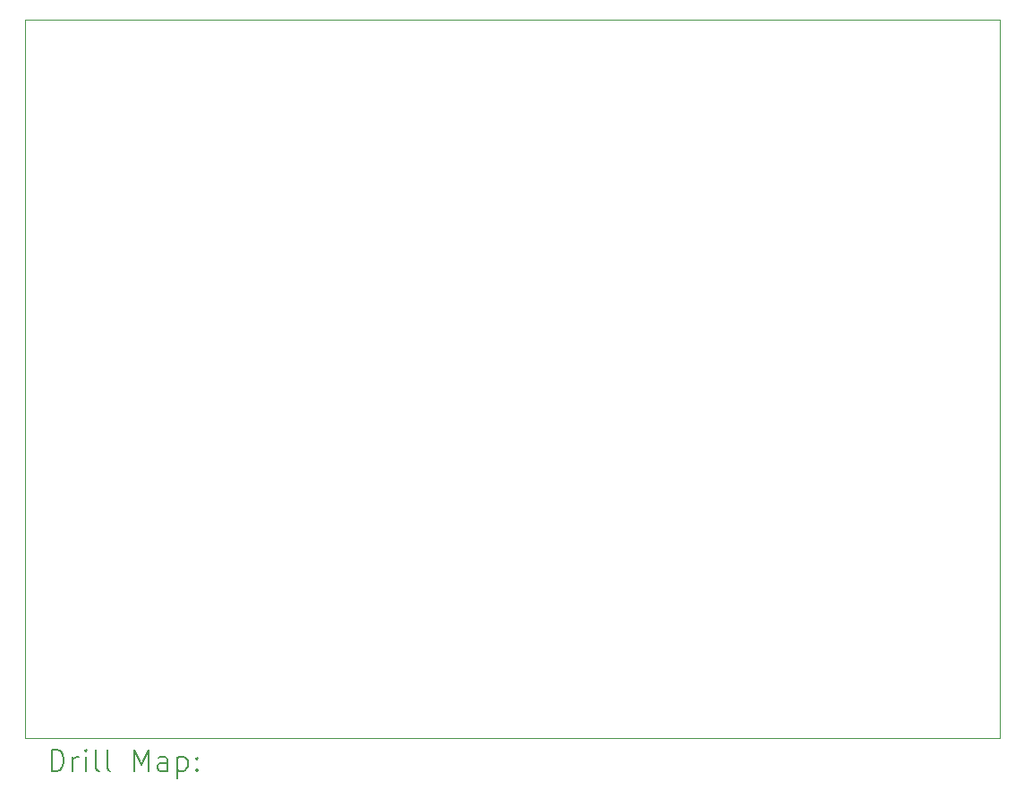
<source format=gbr>
%FSLAX45Y45*%
G04 Gerber Fmt 4.5, Leading zero omitted, Abs format (unit mm)*
G04 Created by KiCad (PCBNEW (6.0.0-0)) date 2022-01-05 21:04:28*
%MOMM*%
%LPD*%
G01*
G04 APERTURE LIST*
%TA.AperFunction,Profile*%
%ADD10C,0.050000*%
%TD*%
%ADD11C,0.200000*%
G04 APERTURE END LIST*
D10*
X25720000Y-13645000D02*
X25720000Y-6845000D01*
X25720000Y-6845000D02*
X16495000Y-6845000D01*
X16495000Y-13645000D02*
X25720000Y-13645000D01*
X16495000Y-6845000D02*
X16495000Y-13645000D01*
D11*
X16750119Y-13957976D02*
X16750119Y-13757976D01*
X16797738Y-13757976D01*
X16826310Y-13767500D01*
X16845357Y-13786548D01*
X16854881Y-13805595D01*
X16864405Y-13843690D01*
X16864405Y-13872262D01*
X16854881Y-13910357D01*
X16845357Y-13929405D01*
X16826310Y-13948452D01*
X16797738Y-13957976D01*
X16750119Y-13957976D01*
X16950119Y-13957976D02*
X16950119Y-13824643D01*
X16950119Y-13862738D02*
X16959643Y-13843690D01*
X16969167Y-13834167D01*
X16988214Y-13824643D01*
X17007262Y-13824643D01*
X17073929Y-13957976D02*
X17073929Y-13824643D01*
X17073929Y-13757976D02*
X17064405Y-13767500D01*
X17073929Y-13777024D01*
X17083452Y-13767500D01*
X17073929Y-13757976D01*
X17073929Y-13777024D01*
X17197738Y-13957976D02*
X17178690Y-13948452D01*
X17169167Y-13929405D01*
X17169167Y-13757976D01*
X17302500Y-13957976D02*
X17283452Y-13948452D01*
X17273929Y-13929405D01*
X17273929Y-13757976D01*
X17531071Y-13957976D02*
X17531071Y-13757976D01*
X17597738Y-13900833D01*
X17664405Y-13757976D01*
X17664405Y-13957976D01*
X17845357Y-13957976D02*
X17845357Y-13853214D01*
X17835833Y-13834167D01*
X17816786Y-13824643D01*
X17778690Y-13824643D01*
X17759643Y-13834167D01*
X17845357Y-13948452D02*
X17826310Y-13957976D01*
X17778690Y-13957976D01*
X17759643Y-13948452D01*
X17750119Y-13929405D01*
X17750119Y-13910357D01*
X17759643Y-13891309D01*
X17778690Y-13881786D01*
X17826310Y-13881786D01*
X17845357Y-13872262D01*
X17940595Y-13824643D02*
X17940595Y-14024643D01*
X17940595Y-13834167D02*
X17959643Y-13824643D01*
X17997738Y-13824643D01*
X18016786Y-13834167D01*
X18026310Y-13843690D01*
X18035833Y-13862738D01*
X18035833Y-13919881D01*
X18026310Y-13938928D01*
X18016786Y-13948452D01*
X17997738Y-13957976D01*
X17959643Y-13957976D01*
X17940595Y-13948452D01*
X18121548Y-13938928D02*
X18131071Y-13948452D01*
X18121548Y-13957976D01*
X18112024Y-13948452D01*
X18121548Y-13938928D01*
X18121548Y-13957976D01*
X18121548Y-13834167D02*
X18131071Y-13843690D01*
X18121548Y-13853214D01*
X18112024Y-13843690D01*
X18121548Y-13834167D01*
X18121548Y-13853214D01*
M02*

</source>
